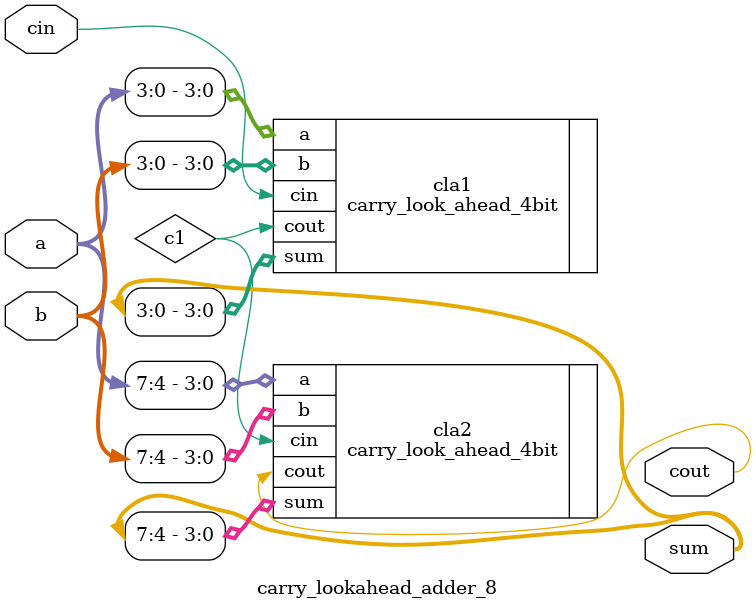
<source format=v>
module carry_lookahead_adder_8(a,b, cin, sum,cout);
input [7:0] a,b;
input cin;
output [7:0] sum;
output cout;
wire c1;

carry_look_ahead_4bit cla1 (.a(a[3:0]), .b(b[3:0]), .cin(cin), .sum(sum[3:0]), .cout(c1));
carry_look_ahead_4bit cla2 (.a(a[7:4]), .b(b[7:4]), .cin(c1), .sum(sum[7:4]), .cout(cout));


endmodule
</source>
